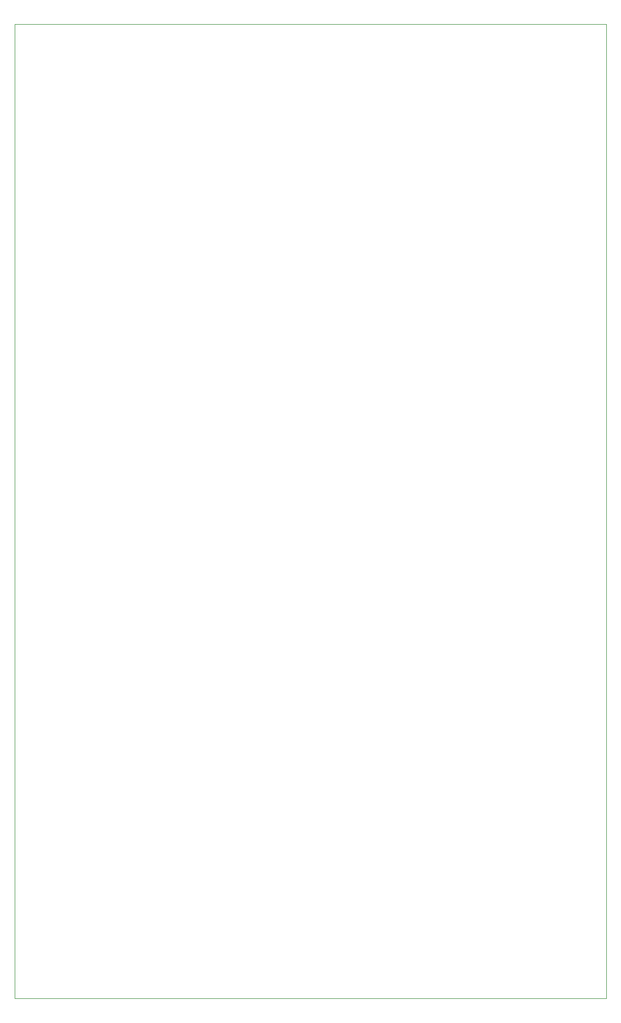
<source format=gbr>
%TF.GenerationSoftware,KiCad,Pcbnew,8.0.0*%
%TF.CreationDate,2024-11-27T22:09:34-06:00*%
%TF.ProjectId,backplane,6261636b-706c-4616-9e65-2e6b69636164,rev?*%
%TF.SameCoordinates,Original*%
%TF.FileFunction,Profile,NP*%
%FSLAX46Y46*%
G04 Gerber Fmt 4.6, Leading zero omitted, Abs format (unit mm)*
G04 Created by KiCad (PCBNEW 8.0.0) date 2024-11-27 22:09:34*
%MOMM*%
%LPD*%
G01*
G04 APERTURE LIST*
%TA.AperFunction,Profile*%
%ADD10C,0.050000*%
%TD*%
G04 APERTURE END LIST*
D10*
X54950000Y-25050000D02*
X150250000Y-25050000D01*
X150250000Y-182200000D01*
X54950000Y-182200000D01*
X54950000Y-25050000D01*
M02*

</source>
